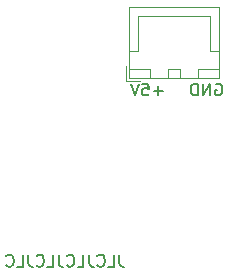
<source format=gbr>
%TF.GenerationSoftware,KiCad,Pcbnew,(6.0.8)*%
%TF.CreationDate,2022-10-28T15:06:34+02:00*%
%TF.ProjectId,eurorack_nvlp_1u,6575726f-7261-4636-9b5f-6e766c705f31,rev?*%
%TF.SameCoordinates,Original*%
%TF.FileFunction,Legend,Bot*%
%TF.FilePolarity,Positive*%
%FSLAX46Y46*%
G04 Gerber Fmt 4.6, Leading zero omitted, Abs format (unit mm)*
G04 Created by KiCad (PCBNEW (6.0.8)) date 2022-10-28 15:06:34*
%MOMM*%
%LPD*%
G01*
G04 APERTURE LIST*
%ADD10C,0.150000*%
%ADD11C,0.120000*%
G04 APERTURE END LIST*
D10*
X68685714Y-48971428D02*
X67923809Y-48971428D01*
X68304761Y-49352380D02*
X68304761Y-48590476D01*
X66971428Y-48352380D02*
X67447619Y-48352380D01*
X67495238Y-48828571D01*
X67447619Y-48780952D01*
X67352380Y-48733333D01*
X67114285Y-48733333D01*
X67019047Y-48780952D01*
X66971428Y-48828571D01*
X66923809Y-48923809D01*
X66923809Y-49161904D01*
X66971428Y-49257142D01*
X67019047Y-49304761D01*
X67114285Y-49352380D01*
X67352380Y-49352380D01*
X67447619Y-49304761D01*
X67495238Y-49257142D01*
X66638095Y-48352380D02*
X66304761Y-49352380D01*
X65971428Y-48352380D01*
X73161904Y-48400000D02*
X73257142Y-48352380D01*
X73400000Y-48352380D01*
X73542857Y-48400000D01*
X73638095Y-48495238D01*
X73685714Y-48590476D01*
X73733333Y-48780952D01*
X73733333Y-48923809D01*
X73685714Y-49114285D01*
X73638095Y-49209523D01*
X73542857Y-49304761D01*
X73400000Y-49352380D01*
X73304761Y-49352380D01*
X73161904Y-49304761D01*
X73114285Y-49257142D01*
X73114285Y-48923809D01*
X73304761Y-48923809D01*
X72685714Y-49352380D02*
X72685714Y-48352380D01*
X72114285Y-49352380D01*
X72114285Y-48352380D01*
X71638095Y-49352380D02*
X71638095Y-48352380D01*
X71400000Y-48352380D01*
X71257142Y-48400000D01*
X71161904Y-48495238D01*
X71114285Y-48590476D01*
X71066666Y-48780952D01*
X71066666Y-48923809D01*
X71114285Y-49114285D01*
X71161904Y-49209523D01*
X71257142Y-49304761D01*
X71400000Y-49352380D01*
X71638095Y-49352380D01*
X65019047Y-62852380D02*
X65019047Y-63566666D01*
X65066666Y-63709523D01*
X65161904Y-63804761D01*
X65304761Y-63852380D01*
X65400000Y-63852380D01*
X64066666Y-63852380D02*
X64542857Y-63852380D01*
X64542857Y-62852380D01*
X63161904Y-63757142D02*
X63209523Y-63804761D01*
X63352380Y-63852380D01*
X63447619Y-63852380D01*
X63590476Y-63804761D01*
X63685714Y-63709523D01*
X63733333Y-63614285D01*
X63780952Y-63423809D01*
X63780952Y-63280952D01*
X63733333Y-63090476D01*
X63685714Y-62995238D01*
X63590476Y-62900000D01*
X63447619Y-62852380D01*
X63352380Y-62852380D01*
X63209523Y-62900000D01*
X63161904Y-62947619D01*
X62447619Y-62852380D02*
X62447619Y-63566666D01*
X62495238Y-63709523D01*
X62590476Y-63804761D01*
X62733333Y-63852380D01*
X62828571Y-63852380D01*
X61495238Y-63852380D02*
X61971428Y-63852380D01*
X61971428Y-62852380D01*
X60590476Y-63757142D02*
X60638095Y-63804761D01*
X60780952Y-63852380D01*
X60876190Y-63852380D01*
X61019047Y-63804761D01*
X61114285Y-63709523D01*
X61161904Y-63614285D01*
X61209523Y-63423809D01*
X61209523Y-63280952D01*
X61161904Y-63090476D01*
X61114285Y-62995238D01*
X61019047Y-62900000D01*
X60876190Y-62852380D01*
X60780952Y-62852380D01*
X60638095Y-62900000D01*
X60590476Y-62947619D01*
X59876190Y-62852380D02*
X59876190Y-63566666D01*
X59923809Y-63709523D01*
X60019047Y-63804761D01*
X60161904Y-63852380D01*
X60257142Y-63852380D01*
X58923809Y-63852380D02*
X59400000Y-63852380D01*
X59400000Y-62852380D01*
X58019047Y-63757142D02*
X58066666Y-63804761D01*
X58209523Y-63852380D01*
X58304761Y-63852380D01*
X58447619Y-63804761D01*
X58542857Y-63709523D01*
X58590476Y-63614285D01*
X58638095Y-63423809D01*
X58638095Y-63280952D01*
X58590476Y-63090476D01*
X58542857Y-62995238D01*
X58447619Y-62900000D01*
X58304761Y-62852380D01*
X58209523Y-62852380D01*
X58066666Y-62900000D01*
X58019047Y-62947619D01*
X57304761Y-62852380D02*
X57304761Y-63566666D01*
X57352380Y-63709523D01*
X57447619Y-63804761D01*
X57590476Y-63852380D01*
X57685714Y-63852380D01*
X56352380Y-63852380D02*
X56828571Y-63852380D01*
X56828571Y-62852380D01*
X55447619Y-63757142D02*
X55495238Y-63804761D01*
X55638095Y-63852380D01*
X55733333Y-63852380D01*
X55876190Y-63804761D01*
X55971428Y-63709523D01*
X56019047Y-63614285D01*
X56066666Y-63423809D01*
X56066666Y-63280952D01*
X56019047Y-63090476D01*
X55971428Y-62995238D01*
X55876190Y-62900000D01*
X55733333Y-62852380D01*
X55638095Y-62852380D01*
X55495238Y-62900000D01*
X55447619Y-62947619D01*
D11*
%TO.C,J103*%
X69150000Y-47850000D02*
X69150000Y-47100000D01*
X65550000Y-48150000D02*
X65550000Y-46900000D01*
X69150000Y-47100000D02*
X70150000Y-47100000D01*
X70150000Y-47850000D02*
X69150000Y-47850000D01*
X66600000Y-45600000D02*
X66600000Y-42650000D01*
X73450000Y-47100000D02*
X73450000Y-47850000D01*
X65850000Y-45600000D02*
X66600000Y-45600000D01*
X67650000Y-47100000D02*
X67650000Y-47850000D01*
X72700000Y-45600000D02*
X72700000Y-42650000D01*
X70150000Y-47100000D02*
X70150000Y-47850000D01*
X65850000Y-47850000D02*
X65850000Y-47100000D01*
X65840000Y-47860000D02*
X65840000Y-41890000D01*
X66800000Y-48150000D02*
X65550000Y-48150000D01*
X73460000Y-41890000D02*
X73460000Y-47860000D01*
X72700000Y-42650000D02*
X69650000Y-42650000D01*
X66600000Y-42650000D02*
X69650000Y-42650000D01*
X65850000Y-47100000D02*
X67650000Y-47100000D01*
X73450000Y-45600000D02*
X72700000Y-45600000D01*
X73450000Y-47850000D02*
X71650000Y-47850000D01*
X71650000Y-47100000D02*
X73450000Y-47100000D01*
X73460000Y-47860000D02*
X65840000Y-47860000D01*
X65840000Y-41890000D02*
X73460000Y-41890000D01*
X67650000Y-47850000D02*
X65850000Y-47850000D01*
X71650000Y-47850000D02*
X71650000Y-47100000D01*
%TD*%
M02*

</source>
